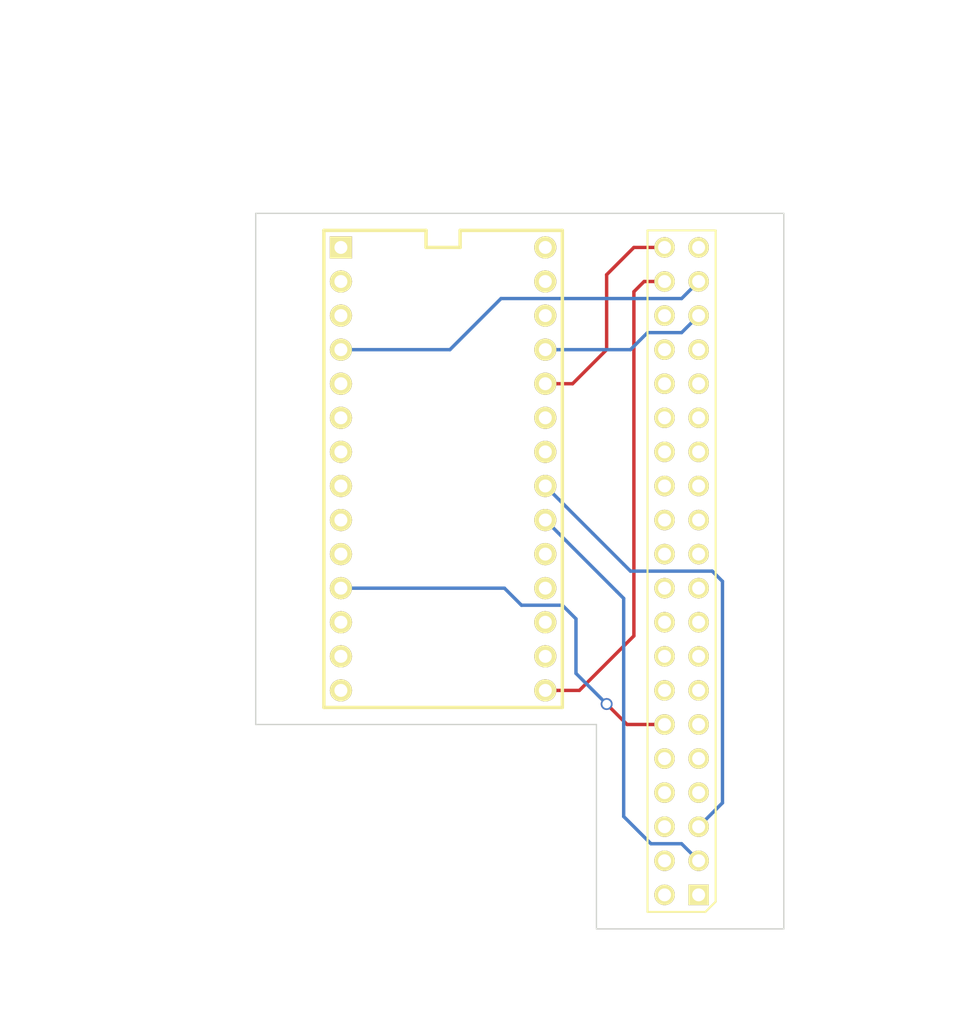
<source format=kicad_pcb>
(kicad_pcb (version 3) (host pcbnew "(2013-07-07 BZR 4022)-stable")

  (general
    (links 18)
    (no_connects 0)
    (area 172.034288 101.290001 245.795714 179.23)
    (thickness 1.6)
    (drawings 10)
    (tracks 50)
    (zones 0)
    (modules 2)
    (nets 11)
  )

  (page A3)
  (layers
    (15 F.Cu signal)
    (2 Inner2.Cu signal)
    (1 Inner1.Cu signal)
    (0 B.Cu signal)
    (16 B.Adhes user)
    (17 F.Adhes user)
    (18 B.Paste user)
    (19 F.Paste user)
    (20 B.SilkS user)
    (21 F.SilkS user)
    (22 B.Mask user)
    (23 F.Mask user)
    (24 Dwgs.User user)
    (25 Cmts.User user)
    (26 Eco1.User user)
    (27 Eco2.User user)
    (28 Edge.Cuts user)
  )

  (setup
    (last_trace_width 1.016)
    (user_trace_width 0.1524)
    (user_trace_width 0.254)
    (user_trace_width 0.381)
    (user_trace_width 0.508)
    (user_trace_width 0.762)
    (user_trace_width 1.016)
    (user_trace_width 1.27)
    (trace_clearance 0.1524)
    (zone_clearance 0.254)
    (zone_45_only no)
    (trace_min 0.1524)
    (segment_width 0.2)
    (edge_width 0.1)
    (via_size 0.889)
    (via_drill 0.635)
    (via_min_size 0.889)
    (via_min_drill 0.508)
    (uvia_size 0.508)
    (uvia_drill 0.127)
    (uvias_allowed no)
    (uvia_min_size 0.508)
    (uvia_min_drill 0.127)
    (pcb_text_width 0.3)
    (pcb_text_size 1.5 1.5)
    (mod_edge_width 0.15)
    (mod_text_size 1 1)
    (mod_text_width 0.15)
    (pad_size 1.524 1.524)
    (pad_drill 0.9652)
    (pad_to_mask_clearance 0)
    (aux_axis_origin 190.5 116.84)
    (visible_elements 7FFFFFFF)
    (pcbplotparams
      (layerselection 300974087)
      (usegerberextensions true)
      (excludeedgelayer false)
      (linewidth 0.150000)
      (plotframeref false)
      (viasonmask false)
      (mode 1)
      (useauxorigin false)
      (hpglpennumber 1)
      (hpglpenspeed 20)
      (hpglpendiameter 15)
      (hpglpenoverlay 2)
      (psnegative false)
      (psa4output false)
      (plotreference true)
      (plotvalue false)
      (plotothertext false)
      (plotinvisibletext false)
      (padsonsilk false)
      (subtractmaskfromsilk false)
      (outputformat 1)
      (mirror false)
      (drillshape 0)
      (scaleselection 1)
      (outputdirectory CAD/))
  )

  (net 0 "")
  (net 1 /3.3V)
  (net 2 /5V)
  (net 3 /ADC_DATA)
  (net 4 /BCLK)
  (net 5 /DAC_DATA)
  (net 6 /LRCLK)
  (net 7 /SCL)
  (net 8 /SDA)
  (net 9 /~RESET)
  (net 10 GND)

  (net_class Default "This is the default net class."
    (clearance 0.1524)
    (trace_width 0.1524)
    (via_dia 0.889)
    (via_drill 0.635)
    (uvia_dia 0.508)
    (uvia_drill 0.127)
    (add_net "")
    (add_net /3.3V)
    (add_net /5V)
    (add_net /ADC_DATA)
    (add_net /BCLK)
    (add_net /DAC_DATA)
    (add_net /LRCLK)
    (add_net /SCL)
    (add_net /SDA)
    (add_net /~RESET)
    (add_net GND)
  )

  (net_class Thickness1 ""
    (clearance 0.1524)
    (trace_width 0.254)
    (via_dia 0.889)
    (via_drill 0.635)
    (uvia_dia 0.508)
    (uvia_drill 0.127)
  )

  (net_class Thickness2 ""
    (clearance 0.1524)
    (trace_width 0.381)
    (via_dia 0.889)
    (via_drill 0.635)
    (uvia_dia 0.508)
    (uvia_drill 0.127)
  )

  (net_class Thickness3 ""
    (clearance 0.1524)
    (trace_width 0.508)
    (via_dia 0.889)
    (via_drill 0.635)
    (uvia_dia 0.508)
    (uvia_drill 0.127)
  )

  (net_class Thickness4 ""
    (clearance 0.1524)
    (trace_width 0.762)
    (via_dia 0.889)
    (via_drill 0.635)
    (uvia_dia 0.508)
    (uvia_drill 0.127)
  )

  (net_class Thickness5 ""
    (clearance 0.1524)
    (trace_width 1.016)
    (via_dia 0.889)
    (via_drill 0.635)
    (uvia_dia 0.508)
    (uvia_drill 0.127)
  )

  (net_class Thickness6 ""
    (clearance 0.1524)
    (trace_width 1.27)
    (via_dia 0.889)
    (via_drill 0.635)
    (uvia_dia 0.508)
    (uvia_drill 0.127)
  )

  (module TEENSY_3_1 (layer F.Cu) (tedit 55D54C29) (tstamp 55D54BF5)
    (at 204.47 135.89)
    (path /55D538DB)
    (fp_text reference U101 (at 0 -1.27) (layer F.SilkS) hide
      (effects (font (size 1 1) (thickness 0.15)))
    )
    (fp_text value TEENSY_3_1 (at 0 0) (layer F.SilkS) hide
      (effects (font (size 1 1) (thickness 0.15)))
    )
    (fp_line (start -8.89 -17.78) (end -8.89 17.78) (layer F.SilkS) (width 0.254))
    (fp_line (start -8.89 17.78) (end 8.89 17.78) (layer F.SilkS) (width 0.254))
    (fp_line (start 8.89 17.78) (end 8.89 -17.78) (layer F.SilkS) (width 0.254))
    (fp_line (start 8.89 -17.78) (end 1.27 -17.78) (layer F.SilkS) (width 0.254))
    (fp_line (start 1.27 -17.78) (end 1.27 -16.51) (layer F.SilkS) (width 0.254))
    (fp_line (start 1.27 -16.51) (end -1.27 -16.51) (layer F.SilkS) (width 0.254))
    (fp_line (start -1.27 -16.51) (end -1.27 -17.78) (layer F.SilkS) (width 0.254))
    (fp_line (start -1.27 -17.78) (end -8.89 -17.78) (layer F.SilkS) (width 0.254))
    (pad 1 thru_hole rect (at -7.62 -16.51) (size 1.651 1.651) (drill 0.9652)
      (layers *.Cu *.Mask F.SilkS)
      (net 10 GND)
    )
    (pad 2 thru_hole circle (at -7.62 -13.97) (size 1.651 1.651) (drill 0.9652)
      (layers *.Cu *.Mask F.SilkS)
    )
    (pad 3 thru_hole circle (at -7.62 -11.43) (size 1.651 1.651) (drill 0.9652)
      (layers *.Cu *.Mask F.SilkS)
    )
    (pad 4 thru_hole circle (at -7.62 -8.89) (size 1.651 1.651) (drill 0.9652)
      (layers *.Cu *.Mask F.SilkS)
      (net 9 /~RESET)
    )
    (pad 5 thru_hole circle (at -7.62 -6.35) (size 1.651 1.651) (drill 0.9652)
      (layers *.Cu *.Mask F.SilkS)
    )
    (pad 6 thru_hole circle (at -7.62 -3.81) (size 1.651 1.651) (drill 0.9652)
      (layers *.Cu *.Mask F.SilkS)
    )
    (pad 7 thru_hole circle (at -7.62 -1.27) (size 1.651 1.651) (drill 0.9652)
      (layers *.Cu *.Mask F.SilkS)
    )
    (pad 8 thru_hole circle (at -7.62 1.27) (size 1.651 1.651) (drill 0.9652)
      (layers *.Cu *.Mask F.SilkS)
    )
    (pad 9 thru_hole circle (at -7.62 3.81) (size 1.651 1.651) (drill 0.9652)
      (layers *.Cu *.Mask F.SilkS)
    )
    (pad 10 thru_hole circle (at -7.62 6.35) (size 1.651 1.651) (drill 0.9652)
      (layers *.Cu *.Mask F.SilkS)
    )
    (pad 11 thru_hole circle (at -7.62 8.89) (size 1.651 1.651) (drill 0.9652)
      (layers *.Cu *.Mask F.SilkS)
      (net 4 /BCLK)
    )
    (pad 12 thru_hole circle (at -7.62 11.43) (size 1.651 1.651) (drill 0.9652)
      (layers *.Cu *.Mask F.SilkS)
    )
    (pad 13 thru_hole circle (at -7.62 13.97) (size 1.651 1.651) (drill 0.9652)
      (layers *.Cu *.Mask F.SilkS)
    )
    (pad 14 thru_hole circle (at -7.62 16.51) (size 1.651 1.651) (drill 0.9652)
      (layers *.Cu *.Mask F.SilkS)
    )
    (pad 20 thru_hole circle (at 7.62 16.51) (size 1.651 1.651) (drill 0.9652)
      (layers *.Cu *.Mask F.SilkS)
      (net 3 /ADC_DATA)
    )
    (pad 21 thru_hole circle (at 7.62 13.97) (size 1.651 1.651) (drill 0.9652)
      (layers *.Cu *.Mask F.SilkS)
    )
    (pad 22 thru_hole circle (at 7.62 11.43) (size 1.651 1.651) (drill 0.9652)
      (layers *.Cu *.Mask F.SilkS)
    )
    (pad 23 thru_hole circle (at 7.62 8.89) (size 1.651 1.651) (drill 0.9652)
      (layers *.Cu *.Mask F.SilkS)
    )
    (pad 24 thru_hole circle (at 7.62 6.35) (size 1.651 1.651) (drill 0.9652)
      (layers *.Cu *.Mask F.SilkS)
    )
    (pad 25 thru_hole circle (at 7.62 3.81) (size 1.651 1.651) (drill 0.9652)
      (layers *.Cu *.Mask F.SilkS)
      (net 8 /SDA)
    )
    (pad 26 thru_hole circle (at 7.62 1.27) (size 1.651 1.651) (drill 0.9652)
      (layers *.Cu *.Mask F.SilkS)
      (net 7 /SCL)
    )
    (pad 27 thru_hole circle (at 7.62 -1.27) (size 1.651 1.651) (drill 0.9652)
      (layers *.Cu *.Mask F.SilkS)
    )
    (pad 28 thru_hole circle (at 7.62 -3.81) (size 1.651 1.651) (drill 0.9652)
      (layers *.Cu *.Mask F.SilkS)
    )
    (pad 29 thru_hole circle (at 7.62 -6.35) (size 1.651 1.651) (drill 0.9652)
      (layers *.Cu *.Mask F.SilkS)
      (net 5 /DAC_DATA)
    )
    (pad 30 thru_hole circle (at 7.62 -8.89) (size 1.651 1.651) (drill 0.9652)
      (layers *.Cu *.Mask F.SilkS)
      (net 6 /LRCLK)
    )
    (pad 31 thru_hole circle (at 7.62 -11.43) (size 1.651 1.651) (drill 0.9652)
      (layers *.Cu *.Mask F.SilkS)
      (net 1 /3.3V)
    )
    (pad 32 thru_hole circle (at 7.62 -13.97) (size 1.651 1.651) (drill 0.9652)
      (layers *.Cu *.Mask F.SilkS)
    )
    (pad 33 thru_hole circle (at 7.62 -16.51) (size 1.651 1.651) (drill 0.9652)
      (layers *.Cu *.Mask F.SilkS)
      (net 2 /5V)
    )
  )

  (module RPI (layer F.Cu) (tedit 55D549E8) (tstamp 55D54C26)
    (at 222.25 143.51 180)
    (path /55D53FE2)
    (fp_text reference U102 (at -5.08 8.89 180) (layer F.SilkS) hide
      (effects (font (size 1 1) (thickness 0.15)))
    )
    (fp_text value RPI (at -5.08 6.35 180) (layer F.SilkS) hide
      (effects (font (size 1 1) (thickness 0.15)))
    )
    (fp_line (start 2.54 -25.4) (end 2.54 25.4) (layer F.SilkS) (width 0.15))
    (fp_line (start 2.54 25.4) (end -2.54 25.4) (layer F.SilkS) (width 0.15))
    (fp_line (start -2.54 25.4) (end -2.54 -24.638) (layer F.SilkS) (width 0.15))
    (fp_line (start -2.54 -24.638) (end -1.778 -25.4) (layer F.SilkS) (width 0.15))
    (fp_line (start -1.778 -25.4) (end 2.54 -25.4) (layer F.SilkS) (width 0.15))
    (pad 1 thru_hole rect (at -1.27 -24.13 180) (size 1.524 1.524) (drill 0.9652)
      (layers *.Cu *.Mask F.SilkS)
      (net 1 /3.3V)
    )
    (pad 2 thru_hole circle (at 1.27 -24.13 180) (size 1.524 1.524) (drill 0.9652)
      (layers *.Cu *.Mask F.SilkS)
      (net 2 /5V)
    )
    (pad 3 thru_hole circle (at -1.27 -21.59 180) (size 1.524 1.524) (drill 0.9652)
      (layers *.Cu *.Mask F.SilkS)
      (net 8 /SDA)
    )
    (pad 4 thru_hole circle (at 1.27 -21.59 180) (size 1.524 1.524) (drill 0.9652)
      (layers *.Cu *.Mask F.SilkS)
      (net 2 /5V)
    )
    (pad 5 thru_hole circle (at -1.27 -19.05 180) (size 1.524 1.524) (drill 0.9652)
      (layers *.Cu *.Mask F.SilkS)
      (net 7 /SCL)
    )
    (pad 6 thru_hole circle (at 1.27 -19.05 180) (size 1.524 1.524) (drill 0.9652)
      (layers *.Cu *.Mask F.SilkS)
      (net 10 GND)
    )
    (pad 7 thru_hole circle (at -1.27 -16.51 180) (size 1.524 1.524) (drill 0.9652)
      (layers *.Cu *.Mask F.SilkS)
    )
    (pad 8 thru_hole circle (at 1.27 -16.51 180) (size 1.524 1.524) (drill 0.9652)
      (layers *.Cu *.Mask F.SilkS)
    )
    (pad 9 thru_hole circle (at -1.27 -13.97 180) (size 1.524 1.524) (drill 0.9652)
      (layers *.Cu *.Mask F.SilkS)
      (net 10 GND)
    )
    (pad 10 thru_hole circle (at 1.27 -13.97 180) (size 1.524 1.524) (drill 0.9652)
      (layers *.Cu *.Mask F.SilkS)
    )
    (pad 11 thru_hole circle (at -1.27 -11.43 180) (size 1.524 1.524) (drill 0.9652)
      (layers *.Cu *.Mask F.SilkS)
    )
    (pad 12 thru_hole circle (at 1.27 -11.43 180) (size 1.524 1.524) (drill 0.9652)
      (layers *.Cu *.Mask F.SilkS)
      (net 4 /BCLK)
    )
    (pad 13 thru_hole circle (at -1.27 -8.89 180) (size 1.524 1.524) (drill 0.9652)
      (layers *.Cu *.Mask F.SilkS)
    )
    (pad 14 thru_hole circle (at 1.27 -8.89 180) (size 1.524 1.524) (drill 0.9652)
      (layers *.Cu *.Mask F.SilkS)
      (net 10 GND)
    )
    (pad 15 thru_hole circle (at -1.27 -6.35 180) (size 1.524 1.524) (drill 0.9652)
      (layers *.Cu *.Mask F.SilkS)
    )
    (pad 16 thru_hole circle (at 1.27 -6.35 180) (size 1.524 1.524) (drill 0.9652)
      (layers *.Cu *.Mask F.SilkS)
    )
    (pad 17 thru_hole circle (at -1.27 -3.81 180) (size 1.524 1.524) (drill 0.9652)
      (layers *.Cu *.Mask F.SilkS)
    )
    (pad 18 thru_hole circle (at 1.27 -3.81 180) (size 1.524 1.524) (drill 0.9652)
      (layers *.Cu *.Mask F.SilkS)
    )
    (pad 19 thru_hole circle (at -1.27 -1.27 180) (size 1.524 1.524) (drill 0.9652)
      (layers *.Cu *.Mask F.SilkS)
    )
    (pad 20 thru_hole circle (at 1.27 -1.27 180) (size 1.524 1.524) (drill 0.9652)
      (layers *.Cu *.Mask F.SilkS)
      (net 10 GND)
    )
    (pad 21 thru_hole circle (at -1.27 1.27 180) (size 1.524 1.524) (drill 0.9652)
      (layers *.Cu *.Mask F.SilkS)
    )
    (pad 22 thru_hole circle (at 1.27 1.27 180) (size 1.524 1.524) (drill 0.9652)
      (layers *.Cu *.Mask F.SilkS)
    )
    (pad 23 thru_hole circle (at -1.27 3.81 180) (size 1.524 1.524) (drill 0.9652)
      (layers *.Cu *.Mask F.SilkS)
    )
    (pad 24 thru_hole circle (at 1.27 3.81 180) (size 1.524 1.524) (drill 0.9652)
      (layers *.Cu *.Mask F.SilkS)
    )
    (pad 25 thru_hole circle (at -1.27 6.35 180) (size 1.524 1.524) (drill 0.9652)
      (layers *.Cu *.Mask F.SilkS)
      (net 10 GND)
    )
    (pad 26 thru_hole circle (at 1.27 6.35 180) (size 1.524 1.524) (drill 0.9652)
      (layers *.Cu *.Mask F.SilkS)
    )
    (pad 27 thru_hole circle (at -1.27 8.89 180) (size 1.524 1.524) (drill 0.9652)
      (layers *.Cu *.Mask F.SilkS)
    )
    (pad 28 thru_hole circle (at 1.27 8.89 180) (size 1.524 1.524) (drill 0.9652)
      (layers *.Cu *.Mask F.SilkS)
    )
    (pad 29 thru_hole circle (at -1.27 11.43 180) (size 1.524 1.524) (drill 0.9652)
      (layers *.Cu *.Mask F.SilkS)
    )
    (pad 30 thru_hole circle (at 1.27 11.43 180) (size 1.524 1.524) (drill 0.9652)
      (layers *.Cu *.Mask F.SilkS)
      (net 10 GND)
    )
    (pad 31 thru_hole circle (at -1.27 13.97 180) (size 1.524 1.524) (drill 0.9652)
      (layers *.Cu *.Mask F.SilkS)
    )
    (pad 32 thru_hole circle (at 1.27 13.97 180) (size 1.524 1.524) (drill 0.9652)
      (layers *.Cu *.Mask F.SilkS)
    )
    (pad 33 thru_hole circle (at -1.27 16.51 180) (size 1.524 1.524) (drill 0.9652)
      (layers *.Cu *.Mask F.SilkS)
    )
    (pad 34 thru_hole circle (at 1.27 16.51 180) (size 1.524 1.524) (drill 0.9652)
      (layers *.Cu *.Mask F.SilkS)
      (net 10 GND)
    )
    (pad 35 thru_hole circle (at -1.27 19.05 180) (size 1.524 1.524) (drill 0.9652)
      (layers *.Cu *.Mask F.SilkS)
      (net 6 /LRCLK)
    )
    (pad 36 thru_hole circle (at 1.27 19.05 180) (size 1.524 1.524) (drill 0.9652)
      (layers *.Cu *.Mask F.SilkS)
    )
    (pad 37 thru_hole circle (at -1.27 21.59 180) (size 1.524 1.524) (drill 0.9652)
      (layers *.Cu *.Mask F.SilkS)
      (net 9 /~RESET)
    )
    (pad 38 thru_hole circle (at 1.27 21.59 180) (size 1.524 1.524) (drill 0.9652)
      (layers *.Cu *.Mask F.SilkS)
      (net 3 /ADC_DATA)
    )
    (pad 39 thru_hole circle (at -1.27 24.13 180) (size 1.524 1.524) (drill 0.9652)
      (layers *.Cu *.Mask F.SilkS)
      (net 10 GND)
    )
    (pad 40 thru_hole circle (at 1.27 24.13 180) (size 1.524 1.524) (drill 0.9652)
      (layers *.Cu *.Mask F.SilkS)
      (net 5 /DAC_DATA)
    )
  )

  (dimension 39.37 (width 0.3) (layer Dwgs.User)
    (gr_text "1.5500 in" (at 210.185 102.790001) (layer Dwgs.User)
      (effects (font (size 1.5 1.5) (thickness 0.3)))
    )
    (feature1 (pts (xy 229.87 116.84) (xy 229.87 101.440001)))
    (feature2 (pts (xy 190.5 116.84) (xy 190.5 101.440001)))
    (crossbar (pts (xy 190.5 104.140001) (xy 229.87 104.140001)))
    (arrow1a (pts (xy 229.87 104.140001) (xy 228.743497 104.726421)))
    (arrow1b (pts (xy 229.87 104.140001) (xy 228.743497 103.553581)))
    (arrow2a (pts (xy 190.5 104.140001) (xy 191.626503 104.726421)))
    (arrow2b (pts (xy 190.5 104.140001) (xy 191.626503 103.553581)))
  )
  (dimension 38.1 (width 0.3) (layer Dwgs.User)
    (gr_text "1.5000 in" (at 177.720001 135.89 270) (layer Dwgs.User)
      (effects (font (size 1.5 1.5) (thickness 0.3)))
    )
    (feature1 (pts (xy 190.5 154.94) (xy 176.370001 154.94)))
    (feature2 (pts (xy 190.5 116.84) (xy 176.370001 116.84)))
    (crossbar (pts (xy 179.070001 116.84) (xy 179.070001 154.94)))
    (arrow1a (pts (xy 179.070001 154.94) (xy 178.483581 153.813497)))
    (arrow1b (pts (xy 179.070001 154.94) (xy 179.656421 153.813497)))
    (arrow2a (pts (xy 179.070001 116.84) (xy 178.483581 117.966503)))
    (arrow2b (pts (xy 179.070001 116.84) (xy 179.656421 117.966503)))
  )
  (dimension 13.97 (width 0.3) (layer Dwgs.User)
    (gr_text "0.5500 in" (at 222.885 177.879999) (layer Dwgs.User)
      (effects (font (size 1.5 1.5) (thickness 0.3)))
    )
    (feature1 (pts (xy 215.9 170.18) (xy 215.9 179.229999)))
    (feature2 (pts (xy 229.87 170.18) (xy 229.87 179.229999)))
    (crossbar (pts (xy 229.87 176.529999) (xy 215.9 176.529999)))
    (arrow1a (pts (xy 215.9 176.529999) (xy 217.026503 175.943579)))
    (arrow1b (pts (xy 215.9 176.529999) (xy 217.026503 177.116419)))
    (arrow2a (pts (xy 229.87 176.529999) (xy 228.743497 175.943579)))
    (arrow2b (pts (xy 229.87 176.529999) (xy 228.743497 177.116419)))
  )
  (dimension 53.34 (width 0.3) (layer Dwgs.User)
    (gr_text "2.1000 in" (at 240.109999 143.51 270) (layer Dwgs.User)
      (effects (font (size 1.5 1.5) (thickness 0.3)))
    )
    (feature1 (pts (xy 229.87 170.18) (xy 241.459999 170.18)))
    (feature2 (pts (xy 229.87 116.84) (xy 241.459999 116.84)))
    (crossbar (pts (xy 238.759999 116.84) (xy 238.759999 170.18)))
    (arrow1a (pts (xy 238.759999 170.18) (xy 238.173579 169.053497)))
    (arrow1b (pts (xy 238.759999 170.18) (xy 239.346419 169.053497)))
    (arrow2a (pts (xy 238.759999 116.84) (xy 238.173579 117.966503)))
    (arrow2b (pts (xy 238.759999 116.84) (xy 239.346419 117.966503)))
  )
  (gr_line (start 190.5 154.94) (end 190.5 116.84) (angle 90) (layer Edge.Cuts) (width 0.1))
  (gr_line (start 215.9 154.94) (end 190.5 154.94) (angle 90) (layer Edge.Cuts) (width 0.1))
  (gr_line (start 215.9 170.18) (end 215.9 154.94) (angle 90) (layer Edge.Cuts) (width 0.1))
  (gr_line (start 229.87 170.18) (end 215.9 170.18) (angle 90) (layer Edge.Cuts) (width 0.1))
  (gr_line (start 229.87 116.84) (end 229.87 170.18) (angle 90) (layer Edge.Cuts) (width 0.1))
  (gr_line (start 190.5 116.84) (end 229.87 116.84) (angle 90) (layer Edge.Cuts) (width 0.1))

  (segment (start 212.09 124.46) (end 215.392 124.46) (width 0.508) (layer Inner1.Cu) (net 1))
  (segment (start 225.044 167.64) (end 223.52 167.64) (width 0.508) (layer Inner1.Cu) (net 1) (tstamp 55D55056))
  (segment (start 225.806 166.878) (end 225.044 167.64) (width 0.508) (layer Inner1.Cu) (net 1) (tstamp 55D55054))
  (segment (start 225.806 131.826) (end 225.806 166.878) (width 0.508) (layer Inner1.Cu) (net 1) (tstamp 55D5504A))
  (segment (start 224.79 130.81) (end 225.806 131.826) (width 0.508) (layer Inner1.Cu) (net 1) (tstamp 55D55049))
  (segment (start 219.202 130.81) (end 224.79 130.81) (width 0.508) (layer Inner1.Cu) (net 1) (tstamp 55D55045))
  (segment (start 217.678 129.286) (end 219.202 130.81) (width 0.508) (layer Inner1.Cu) (net 1) (tstamp 55D55044))
  (segment (start 217.678 126.746) (end 217.678 129.286) (width 0.508) (layer Inner1.Cu) (net 1) (tstamp 55D5501E))
  (segment (start 215.392 124.46) (end 217.678 126.746) (width 0.508) (layer Inner1.Cu) (net 1) (tstamp 55D55009))
  (segment (start 212.09 152.4) (end 214.63 152.4) (width 0.254) (layer F.Cu) (net 3))
  (segment (start 219.456 121.92) (end 220.98 121.92) (width 0.254) (layer F.Cu) (net 3) (tstamp 55D54BC6))
  (segment (start 218.694 122.682) (end 219.456 121.92) (width 0.254) (layer F.Cu) (net 3) (tstamp 55D54BC5))
  (segment (start 218.694 148.336) (end 218.694 122.682) (width 0.254) (layer F.Cu) (net 3) (tstamp 55D54BC0))
  (segment (start 214.63 152.4) (end 218.694 148.336) (width 0.254) (layer F.Cu) (net 3) (tstamp 55D54BBC))
  (segment (start 196.85 144.78) (end 209.042 144.78) (width 0.254) (layer B.Cu) (net 4))
  (segment (start 218.186 154.94) (end 220.98 154.94) (width 0.254) (layer F.Cu) (net 4) (tstamp 55D54D16))
  (segment (start 216.662 153.416) (end 218.186 154.94) (width 0.254) (layer F.Cu) (net 4) (tstamp 55D54D15))
  (via (at 216.662 153.416) (size 0.889) (layers F.Cu B.Cu) (net 4))
  (segment (start 214.376 151.13) (end 216.662 153.416) (width 0.254) (layer B.Cu) (net 4) (tstamp 55D54D0C))
  (segment (start 214.376 147.066) (end 214.376 151.13) (width 0.254) (layer B.Cu) (net 4) (tstamp 55D54D00))
  (segment (start 213.36 146.05) (end 214.376 147.066) (width 0.254) (layer B.Cu) (net 4) (tstamp 55D54CFE))
  (segment (start 210.312 146.05) (end 213.36 146.05) (width 0.254) (layer B.Cu) (net 4) (tstamp 55D54CFC))
  (segment (start 209.042 144.78) (end 210.312 146.05) (width 0.254) (layer B.Cu) (net 4) (tstamp 55D54CFA))
  (segment (start 212.09 129.54) (end 214.122 129.54) (width 0.254) (layer F.Cu) (net 5))
  (segment (start 218.694 119.38) (end 220.98 119.38) (width 0.254) (layer F.Cu) (net 5) (tstamp 55D54B95))
  (segment (start 216.662 121.412) (end 218.694 119.38) (width 0.254) (layer F.Cu) (net 5) (tstamp 55D54B93))
  (segment (start 216.662 127) (end 216.662 121.412) (width 0.254) (layer F.Cu) (net 5) (tstamp 55D54B90))
  (segment (start 214.122 129.54) (end 216.662 127) (width 0.254) (layer F.Cu) (net 5) (tstamp 55D54B8C))
  (segment (start 212.09 127) (end 218.44 127) (width 0.254) (layer B.Cu) (net 6))
  (segment (start 222.25 125.73) (end 223.52 124.46) (width 0.254) (layer B.Cu) (net 6) (tstamp 55D54D33))
  (segment (start 219.71 125.73) (end 222.25 125.73) (width 0.254) (layer B.Cu) (net 6) (tstamp 55D54D31))
  (segment (start 218.44 127) (end 219.71 125.73) (width 0.254) (layer B.Cu) (net 6) (tstamp 55D54D2C))
  (segment (start 212.09 137.16) (end 215.646 140.716) (width 0.254) (layer B.Cu) (net 7))
  (segment (start 225.298 160.782) (end 223.52 162.56) (width 0.254) (layer B.Cu) (net 7) (tstamp 55D54DAA))
  (segment (start 225.298 144.272) (end 225.298 160.782) (width 0.254) (layer B.Cu) (net 7) (tstamp 55D54DA8))
  (segment (start 224.536 143.51) (end 225.298 144.272) (width 0.254) (layer B.Cu) (net 7) (tstamp 55D54DA3))
  (segment (start 218.44 143.51) (end 224.536 143.51) (width 0.254) (layer B.Cu) (net 7) (tstamp 55D54DA0))
  (segment (start 217.932 143.002) (end 218.44 143.51) (width 0.254) (layer B.Cu) (net 7) (tstamp 55D54D9D))
  (segment (start 215.646 140.716) (end 217.932 143.002) (width 0.254) (layer B.Cu) (net 7) (tstamp 55D54D93))
  (segment (start 212.09 139.7) (end 213.614 141.224) (width 0.254) (layer B.Cu) (net 8))
  (segment (start 222.25 163.83) (end 223.52 165.1) (width 0.254) (layer B.Cu) (net 8) (tstamp 55D54D8C))
  (segment (start 219.964 163.83) (end 222.25 163.83) (width 0.254) (layer B.Cu) (net 8) (tstamp 55D54D86))
  (segment (start 217.932 161.798) (end 219.964 163.83) (width 0.254) (layer B.Cu) (net 8) (tstamp 55D54D79))
  (segment (start 217.932 145.542) (end 217.932 161.798) (width 0.254) (layer B.Cu) (net 8) (tstamp 55D54D76))
  (segment (start 217.424 145.034) (end 217.932 145.542) (width 0.254) (layer B.Cu) (net 8) (tstamp 55D54D61))
  (segment (start 213.614 141.224) (end 217.424 145.034) (width 0.254) (layer B.Cu) (net 8) (tstamp 55D54D5D))
  (segment (start 196.85 127) (end 204.978 127) (width 0.254) (layer B.Cu) (net 9))
  (segment (start 222.25 123.19) (end 223.52 121.92) (width 0.254) (layer B.Cu) (net 9) (tstamp 55D54D47))
  (segment (start 208.788 123.19) (end 222.25 123.19) (width 0.254) (layer B.Cu) (net 9) (tstamp 55D54D41))
  (segment (start 204.978 127) (end 208.788 123.19) (width 0.254) (layer B.Cu) (net 9) (tstamp 55D54D37))

  (zone (net 10) (net_name GND) (layer Inner2.Cu) (tstamp 55D54AE2) (hatch edge 0.508)
    (connect_pads (clearance 0.254))
    (min_thickness 0.254)
    (fill (arc_segments 16) (thermal_gap 0.508) (thermal_bridge_width 0.508))
    (polygon
      (pts
        (xy 229.87 170.18) (xy 215.9 170.18) (xy 215.9 154.94) (xy 190.5 154.94) (xy 190.5 116.84)
        (xy 229.87 116.84)
      )
    )
    (filled_polygon
      (pts
        (xy 229.439 169.749) (xy 224.929143 169.749) (xy 224.929143 157.687696) (xy 224.929143 137.367696) (xy 224.929143 119.587696)
        (xy 224.90136 119.032631) (xy 224.742396 118.648858) (xy 224.500212 118.579393) (xy 224.320607 118.758998) (xy 224.320607 118.399788)
        (xy 224.251142 118.157604) (xy 223.727696 117.970857) (xy 223.172631 117.99864) (xy 222.788858 118.157604) (xy 222.719393 118.399788)
        (xy 223.52 119.200395) (xy 224.320607 118.399788) (xy 224.320607 118.758998) (xy 223.699605 119.38) (xy 224.500212 120.180607)
        (xy 224.742396 120.111142) (xy 224.929143 119.587696) (xy 224.929143 137.367696) (xy 224.90136 136.812631) (xy 224.742396 136.428858)
        (xy 224.663197 136.406141) (xy 224.663197 134.393641) (xy 224.663197 131.853641) (xy 224.663197 129.313641) (xy 224.663197 126.773641)
        (xy 224.663197 124.233641) (xy 224.663197 121.693641) (xy 224.489553 121.273389) (xy 224.168302 120.951577) (xy 223.748354 120.7772)
        (xy 223.554293 120.77703) (xy 223.867369 120.76136) (xy 224.251142 120.602396) (xy 224.320607 120.360212) (xy 223.52 119.559605)
        (xy 223.340395 119.73921) (xy 223.340395 119.38) (xy 222.539788 118.579393) (xy 222.297604 118.648858) (xy 222.120147 119.146261)
        (xy 221.949553 118.733389) (xy 221.628302 118.411577) (xy 221.208354 118.2372) (xy 220.753641 118.236803) (xy 220.333389 118.410447)
        (xy 220.011577 118.731698) (xy 219.8372 119.151646) (xy 219.836803 119.606359) (xy 220.010447 120.026611) (xy 220.331698 120.348423)
        (xy 220.751646 120.5228) (xy 221.206359 120.523197) (xy 221.626611 120.349553) (xy 221.948423 120.028302) (xy 222.1228 119.608354)
        (xy 222.122969 119.414293) (xy 222.13864 119.727369) (xy 222.297604 120.111142) (xy 222.539788 120.180607) (xy 223.340395 119.38)
        (xy 223.340395 119.73921) (xy 222.719393 120.360212) (xy 222.788858 120.602396) (xy 223.286261 120.779852) (xy 222.873389 120.950447)
        (xy 222.551577 121.271698) (xy 222.3772 121.691646) (xy 222.376803 122.146359) (xy 222.550447 122.566611) (xy 222.871698 122.888423)
        (xy 223.291646 123.0628) (xy 223.746359 123.063197) (xy 224.166611 122.889553) (xy 224.488423 122.568302) (xy 224.6628 122.148354)
        (xy 224.663197 121.693641) (xy 224.663197 124.233641) (xy 224.489553 123.813389) (xy 224.168302 123.491577) (xy 223.748354 123.3172)
        (xy 223.293641 123.316803) (xy 222.873389 123.490447) (xy 222.551577 123.811698) (xy 222.3772 124.231646) (xy 222.376803 124.686359)
        (xy 222.550447 125.106611) (xy 222.871698 125.428423) (xy 223.291646 125.6028) (xy 223.746359 125.603197) (xy 224.166611 125.429553)
        (xy 224.488423 125.108302) (xy 224.6628 124.688354) (xy 224.663197 124.233641) (xy 224.663197 126.773641) (xy 224.489553 126.353389)
        (xy 224.168302 126.031577) (xy 223.748354 125.8572) (xy 223.293641 125.856803) (xy 222.873389 126.030447) (xy 222.551577 126.351698)
        (xy 222.3772 126.771646) (xy 222.37703 126.965706) (xy 222.36136 126.652631) (xy 222.202396 126.268858) (xy 222.123197 126.246141)
        (xy 222.123197 124.233641) (xy 222.123197 121.693641) (xy 221.949553 121.273389) (xy 221.628302 120.951577) (xy 221.208354 120.7772)
        (xy 220.753641 120.776803) (xy 220.333389 120.950447) (xy 220.011577 121.271698) (xy 219.8372 121.691646) (xy 219.836803 122.146359)
        (xy 220.010447 122.566611) (xy 220.331698 122.888423) (xy 220.751646 123.0628) (xy 221.206359 123.063197) (xy 221.626611 122.889553)
        (xy 221.948423 122.568302) (xy 222.1228 122.148354) (xy 222.123197 121.693641) (xy 222.123197 124.233641) (xy 221.949553 123.813389)
        (xy 221.628302 123.491577) (xy 221.208354 123.3172) (xy 220.753641 123.316803) (xy 220.333389 123.490447) (xy 220.011577 123.811698)
        (xy 219.8372 124.231646) (xy 219.836803 124.686359) (xy 220.010447 125.106611) (xy 220.331698 125.428423) (xy 220.751646 125.6028)
        (xy 220.945706 125.602969) (xy 220.632631 125.61864) (xy 220.248858 125.777604) (xy 220.179393 126.019788) (xy 220.98 126.820395)
        (xy 221.780607 126.019788) (xy 221.711142 125.777604) (xy 221.213738 125.600147) (xy 221.626611 125.429553) (xy 221.948423 125.108302)
        (xy 222.1228 124.688354) (xy 222.123197 124.233641) (xy 222.123197 126.246141) (xy 221.960212 126.199393) (xy 221.159605 127)
        (xy 221.960212 127.800607) (xy 222.202396 127.731142) (xy 222.379852 127.233738) (xy 222.550447 127.646611) (xy 222.871698 127.968423)
        (xy 223.291646 128.1428) (xy 223.746359 128.143197) (xy 224.166611 127.969553) (xy 224.488423 127.648302) (xy 224.6628 127.228354)
        (xy 224.663197 126.773641) (xy 224.663197 129.313641) (xy 224.489553 128.893389) (xy 224.168302 128.571577) (xy 223.748354 128.3972)
        (xy 223.293641 128.396803) (xy 222.873389 128.570447) (xy 222.551577 128.891698) (xy 222.3772 129.311646) (xy 222.376803 129.766359)
        (xy 222.550447 130.186611) (xy 222.871698 130.508423) (xy 223.291646 130.6828) (xy 223.746359 130.683197) (xy 224.166611 130.509553)
        (xy 224.488423 130.188302) (xy 224.6628 129.768354) (xy 224.663197 129.313641) (xy 224.663197 131.853641) (xy 224.489553 131.433389)
        (xy 224.168302 131.111577) (xy 223.748354 130.9372) (xy 223.293641 130.936803) (xy 222.873389 131.110447) (xy 222.551577 131.431698)
        (xy 222.3772 131.851646) (xy 222.37703 132.045706) (xy 222.36136 131.732631) (xy 222.202396 131.348858) (xy 222.123197 131.326141)
        (xy 222.123197 129.313641) (xy 221.949553 128.893389) (xy 221.628302 128.571577) (xy 221.208354 128.3972) (xy 221.014293 128.39703)
        (xy 221.327369 128.38136) (xy 221.711142 128.222396) (xy 221.780607 127.980212) (xy 220.98 127.179605) (xy 220.800395 127.35921)
        (xy 220.800395 127) (xy 219.999788 126.199393) (xy 219.757604 126.268858) (xy 219.570857 126.792304) (xy 219.59864 127.347369)
        (xy 219.757604 127.731142) (xy 219.999788 127.800607) (xy 220.800395 127) (xy 220.800395 127.35921) (xy 220.179393 127.980212)
        (xy 220.248858 128.222396) (xy 220.746261 128.399852) (xy 220.333389 128.570447) (xy 220.011577 128.891698) (xy 219.8372 129.311646)
        (xy 219.836803 129.766359) (xy 220.010447 130.186611) (xy 220.331698 130.508423) (xy 220.751646 130.6828) (xy 220.945706 130.682969)
        (xy 220.632631 130.69864) (xy 220.248858 130.857604) (xy 220.179393 131.099788) (xy 220.98 131.900395) (xy 221.780607 131.099788)
        (xy 221.711142 130.857604) (xy 221.213738 130.680147) (xy 221.626611 130.509553) (xy 221.948423 130.188302) (xy 222.1228 129.768354)
        (xy 222.123197 129.313641) (xy 222.123197 131.326141) (xy 221.960212 131.279393) (xy 221.159605 132.08) (xy 221.960212 132.880607)
        (xy 222.202396 132.811142) (xy 222.379852 132.313738) (xy 222.550447 132.726611) (xy 222.871698 133.048423) (xy 223.291646 133.2228)
        (xy 223.746359 133.223197) (xy 224.166611 133.049553) (xy 224.488423 132.728302) (xy 224.6628 132.308354) (xy 224.663197 131.853641)
        (xy 224.663197 134.393641) (xy 224.489553 133.973389) (xy 224.168302 133.651577) (xy 223.748354 133.4772) (xy 223.293641 133.476803)
        (xy 222.873389 133.650447) (xy 222.551577 133.971698) (xy 222.3772 134.391646) (xy 222.376803 134.846359) (xy 222.550447 135.266611)
        (xy 222.871698 135.588423) (xy 223.291646 135.7628) (xy 223.485706 135.762969) (xy 223.172631 135.77864) (xy 222.788858 135.937604)
        (xy 222.719393 136.179788) (xy 223.52 136.980395) (xy 224.320607 136.179788) (xy 224.251142 135.937604) (xy 223.753738 135.760147)
        (xy 224.166611 135.589553) (xy 224.488423 135.268302) (xy 224.6628 134.848354) (xy 224.663197 134.393641) (xy 224.663197 136.406141)
        (xy 224.500212 136.359393) (xy 223.699605 137.16) (xy 224.500212 137.960607) (xy 224.742396 137.891142) (xy 224.929143 137.367696)
        (xy 224.929143 157.687696) (xy 224.90136 157.132631) (xy 224.742396 156.748858) (xy 224.663197 156.726141) (xy 224.663197 154.713641)
        (xy 224.663197 152.173641) (xy 224.663197 149.633641) (xy 224.663197 147.093641) (xy 224.663197 144.553641) (xy 224.663197 142.013641)
        (xy 224.663197 139.473641) (xy 224.489553 139.053389) (xy 224.168302 138.731577) (xy 223.748354 138.5572) (xy 223.554293 138.55703)
        (xy 223.867369 138.54136) (xy 224.251142 138.382396) (xy 224.320607 138.140212) (xy 223.52 137.339605) (xy 223.340395 137.51921)
        (xy 223.340395 137.16) (xy 222.539788 136.359393) (xy 222.297604 136.428858) (xy 222.123197 136.917712) (xy 222.123197 134.393641)
        (xy 221.949553 133.973389) (xy 221.628302 133.651577) (xy 221.208354 133.4772) (xy 221.014293 133.47703) (xy 221.327369 133.46136)
        (xy 221.711142 133.302396) (xy 221.780607 133.060212) (xy 220.98 132.259605) (xy 220.800395 132.43921) (xy 220.800395 132.08)
        (xy 219.999788 131.279393) (xy 219.757604 131.348858) (xy 219.570857 131.872304) (xy 219.59864 132.427369) (xy 219.757604 132.811142)
        (xy 219.999788 132.880607) (xy 220.800395 132.08) (xy 220.800395 132.43921) (xy 220.179393 133.060212) (xy 220.248858 133.302396)
        (xy 220.746261 133.479852) (xy 220.333389 133.650447) (xy 220.011577 133.971698) (xy 219.8372 134.391646) (xy 219.836803 134.846359)
        (xy 220.010447 135.266611) (xy 220.331698 135.588423) (xy 220.751646 135.7628) (xy 221.206359 135.763197) (xy 221.626611 135.589553)
        (xy 221.948423 135.268302) (xy 222.1228 134.848354) (xy 222.123197 134.393641) (xy 222.123197 136.917712) (xy 222.120147 136.926261)
        (xy 221.949553 136.513389) (xy 221.628302 136.191577) (xy 221.208354 136.0172) (xy 220.753641 136.016803) (xy 220.333389 136.190447)
        (xy 220.011577 136.511698) (xy 219.8372 136.931646) (xy 219.836803 137.386359) (xy 220.010447 137.806611) (xy 220.331698 138.128423)
        (xy 220.751646 138.3028) (xy 221.206359 138.303197) (xy 221.626611 138.129553) (xy 221.948423 137.808302) (xy 222.1228 137.388354)
        (xy 222.122969 137.194293) (xy 222.13864 137.507369) (xy 222.297604 137.891142) (xy 222.539788 137.960607) (xy 223.340395 137.16)
        (xy 223.340395 137.51921) (xy 222.719393 138.140212) (xy 222.788858 138.382396) (xy 223.286261 138.559852) (xy 222.873389 138.730447)
        (xy 222.551577 139.051698) (xy 222.3772 139.471646) (xy 222.376803 139.926359) (xy 222.550447 140.346611) (xy 222.871698 140.668423)
        (xy 223.291646 140.8428) (xy 223.746359 140.843197) (xy 224.166611 140.669553) (xy 224.488423 140.348302) (xy 224.6628 139.928354)
        (xy 224.663197 139.473641) (xy 224.663197 142.013641) (xy 224.489553 141.593389) (xy 224.168302 141.271577) (xy 223.748354 141.0972)
        (xy 223.293641 141.096803) (xy 222.873389 141.270447) (xy 222.551577 141.591698) (xy 222.3772 142.011646) (xy 222.376803 142.466359)
        (xy 222.550447 142.886611) (xy 222.871698 143.208423) (xy 223.291646 143.3828) (xy 223.746359 143.383197) (xy 224.166611 143.209553)
        (xy 224.488423 142.888302) (xy 224.6628 142.468354) (xy 224.663197 142.013641) (xy 224.663197 144.553641) (xy 224.489553 144.133389)
        (xy 224.168302 143.811577) (xy 223.748354 143.6372) (xy 223.293641 143.636803) (xy 222.873389 143.810447) (xy 222.551577 144.131698)
        (xy 222.3772 144.551646) (xy 222.37703 144.745706) (xy 222.36136 144.432631) (xy 222.202396 144.048858) (xy 222.123197 144.026141)
        (xy 222.123197 142.013641) (xy 222.123197 139.473641) (xy 221.949553 139.053389) (xy 221.628302 138.731577) (xy 221.208354 138.5572)
        (xy 220.753641 138.556803) (xy 220.333389 138.730447) (xy 220.011577 139.051698) (xy 219.8372 139.471646) (xy 219.836803 139.926359)
        (xy 220.010447 140.346611) (xy 220.331698 140.668423) (xy 220.751646 140.8428) (xy 221.206359 140.843197) (xy 221.626611 140.669553)
        (xy 221.948423 140.348302) (xy 222.1228 139.928354) (xy 222.123197 139.473641) (xy 222.123197 142.013641) (xy 221.949553 141.593389)
        (xy 221.628302 141.271577) (xy 221.208354 141.0972) (xy 220.753641 141.096803) (xy 220.333389 141.270447) (xy 220.011577 141.591698)
        (xy 219.8372 142.011646) (xy 219.836803 142.466359) (xy 220.010447 142.886611) (xy 220.331698 143.208423) (xy 220.751646 143.3828)
        (xy 220.945706 143.382969) (xy 220.632631 143.39864) (xy 220.248858 143.557604) (xy 220.179393 143.799788) (xy 220.98 144.600395)
        (xy 221.780607 143.799788) (xy 221.711142 143.557604) (xy 221.213738 143.380147) (xy 221.626611 143.209553) (xy 221.948423 142.888302)
        (xy 222.1228 142.468354) (xy 222.123197 142.013641) (xy 222.123197 144.026141) (xy 221.960212 143.979393) (xy 221.159605 144.78)
        (xy 221.960212 145.580607) (xy 222.202396 145.511142) (xy 222.379852 145.013738) (xy 222.550447 145.426611) (xy 222.871698 145.748423)
        (xy 223.291646 145.9228) (xy 223.746359 145.923197) (xy 224.166611 145.749553) (xy 224.488423 145.428302) (xy 224.6628 145.008354)
        (xy 224.663197 144.553641) (xy 224.663197 147.093641) (xy 224.489553 146.673389) (xy 224.168302 146.351577) (xy 223.748354 146.1772)
        (xy 223.293641 146.176803) (xy 222.873389 146.350447) (xy 222.551577 146.671698) (xy 222.3772 147.091646) (xy 222.376803 147.546359)
        (xy 222.550447 147.966611) (xy 222.871698 148.288423) (xy 223.291646 148.4628) (xy 223.746359 148.463197) (xy 224.166611 148.289553)
        (xy 224.488423 147.968302) (xy 224.6628 147.548354) (xy 224.663197 147.093641) (xy 224.663197 149.633641) (xy 224.489553 149.213389)
        (xy 224.168302 148.891577) (xy 223.748354 148.7172) (xy 223.293641 148.716803) (xy 222.873389 148.890447) (xy 222.551577 149.211698)
        (xy 222.3772 149.631646) (xy 222.376803 150.086359) (xy 222.550447 150.506611) (xy 222.871698 150.828423) (xy 223.291646 151.0028)
        (xy 223.746359 151.003197) (xy 224.166611 150.829553) (xy 224.488423 150.508302) (xy 224.6628 150.088354) (xy 224.663197 149.633641)
        (xy 224.663197 152.173641) (xy 224.489553 151.753389) (xy 224.168302 151.431577) (xy 223.748354 151.2572) (xy 223.293641 151.256803)
        (xy 222.873389 151.430447) (xy 222.551577 151.751698) (xy 222.3772 152.171646) (xy 222.37703 152.365706) (xy 222.36136 152.052631)
        (xy 222.202396 151.668858) (xy 222.123197 151.646141) (xy 222.123197 149.633641) (xy 222.123197 147.093641) (xy 221.949553 146.673389)
        (xy 221.628302 146.351577) (xy 221.208354 146.1772) (xy 221.014293 146.17703) (xy 221.327369 146.16136) (xy 221.711142 146.002396)
        (xy 221.780607 145.760212) (xy 220.98 144.959605) (xy 220.800395 145.13921) (xy 220.800395 144.78) (xy 219.999788 143.979393)
        (xy 219.757604 144.048858) (xy 219.570857 144.572304) (xy 219.59864 145.127369) (xy 219.757604 145.511142) (xy 219.999788 145.580607)
        (xy 220.800395 144.78) (xy 220.800395 145.13921) (xy 220.179393 145.760212) (xy 220.248858 146.002396) (xy 220.746261 146.179852)
        (xy 220.333389 146.350447) (xy 220.011577 146.671698) (xy 219.8372 147.091646) (xy 219.836803 147.546359) (xy 220.010447 147.966611)
        (xy 220.331698 148.288423) (xy 220.751646 148.4628) (xy 221.206359 148.463197) (xy 221.626611 148.289553) (xy 221.948423 147.968302)
        (xy 222.1228 147.548354) (xy 222.123197 147.093641) (xy 222.123197 149.633641) (xy 221.949553 149.213389) (xy 221.628302 148.891577)
        (xy 221.208354 148.7172) (xy 220.753641 148.716803) (xy 220.333389 148.890447) (xy 220.011577 149.211698) (xy 219.8372 149.631646)
        (xy 219.836803 150.086359) (xy 220.010447 150.506611) (xy 220.331698 150.828423) (xy 220.751646 151.0028) (xy 220.945706 151.002969)
        (xy 220.632631 151.01864) (xy 220.248858 151.177604) (xy 220.179393 151.419788) (xy 220.98 152.220395) (xy 221.780607 151.419788)
        (xy 221.711142 151.177604) (xy 221.213738 151.000147) (xy 221.626611 150.829553) (xy 221.948423 150.508302) (xy 222.1228 150.088354)
        (xy 222.123197 149.633641) (xy 222.123197 151.646141) (xy 221.960212 151.599393) (xy 221.159605 152.4) (xy 221.960212 153.200607)
        (xy 222.202396 153.131142) (xy 222.379852 152.633738) (xy 222.550447 153.046611) (xy 222.871698 153.368423) (xy 223.291646 153.5428)
        (xy 223.746359 153.543197) (xy 224.166611 153.369553) (xy 224.488423 153.048302) (xy 224.6628 152.628354) (xy 224.663197 152.173641)
        (xy 224.663197 154.713641) (xy 224.489553 154.293389) (xy 224.168302 153.971577) (xy 223.748354 153.7972) (xy 223.293641 153.796803)
        (xy 222.873389 153.970447) (xy 222.551577 154.291698) (xy 222.3772 154.711646) (xy 222.376803 155.166359) (xy 222.550447 155.586611)
        (xy 222.871698 155.908423) (xy 223.291646 156.0828) (xy 223.485706 156.082969) (xy 223.172631 156.09864) (xy 222.788858 156.257604)
        (xy 222.719393 156.499788) (xy 223.52 157.300395) (xy 224.320607 156.499788) (xy 224.251142 156.257604) (xy 223.753738 156.080147)
        (xy 224.166611 155.909553) (xy 224.488423 155.588302) (xy 224.6628 155.168354) (xy 224.663197 154.713641) (xy 224.663197 156.726141)
        (xy 224.500212 156.679393) (xy 223.699605 157.48) (xy 224.500212 158.280607) (xy 224.742396 158.211142) (xy 224.929143 157.687696)
        (xy 224.929143 169.749) (xy 224.663197 169.749) (xy 224.663197 164.873641) (xy 224.663197 162.333641) (xy 224.663197 159.793641)
        (xy 224.489553 159.373389) (xy 224.168302 159.051577) (xy 223.748354 158.8772) (xy 223.554293 158.87703) (xy 223.867369 158.86136)
        (xy 224.251142 158.702396) (xy 224.320607 158.460212) (xy 223.52 157.659605) (xy 223.340395 157.83921) (xy 223.340395 157.48)
        (xy 222.539788 156.679393) (xy 222.297604 156.748858) (xy 222.123197 157.237712) (xy 222.123197 154.713641) (xy 221.949553 154.293389)
        (xy 221.628302 153.971577) (xy 221.208354 153.7972) (xy 221.014293 153.79703) (xy 221.327369 153.78136) (xy 221.711142 153.622396)
        (xy 221.780607 153.380212) (xy 220.98 152.579605) (xy 220.800395 152.75921) (xy 220.800395 152.4) (xy 219.999788 151.599393)
        (xy 219.757604 151.668858) (xy 219.570857 152.192304) (xy 219.59864 152.747369) (xy 219.757604 153.131142) (xy 219.999788 153.200607)
        (xy 220.800395 152.4) (xy 220.800395 152.75921) (xy 220.179393 153.380212) (xy 220.248858 153.622396) (xy 220.746261 153.799852)
        (xy 220.333389 153.970447) (xy 220.011577 154.291698) (xy 219.8372 154.711646) (xy 219.836803 155.166359) (xy 220.010447 155.586611)
        (xy 220.331698 155.908423) (xy 220.751646 156.0828) (xy 221.206359 156.083197) (xy 221.626611 155.909553) (xy 221.948423 155.588302)
        (xy 222.1228 155.168354) (xy 222.123197 154.713641) (xy 222.123197 157.237712) (xy 222.120147 157.246261) (xy 221.949553 156.833389)
        (xy 221.628302 156.511577) (xy 221.208354 156.3372) (xy 220.753641 156.336803) (xy 220.333389 156.510447) (xy 220.011577 156.831698)
        (xy 219.8372 157.251646) (xy 219.836803 157.706359) (xy 220.010447 158.126611) (xy 220.331698 158.448423) (xy 220.751646 158.6228)
        (xy 221.206359 158.623197) (xy 221.626611 158.449553) (xy 221.948423 158.128302) (xy 222.1228 157.708354) (xy 222.122969 157.514293)
        (xy 222.13864 157.827369) (xy 222.297604 158.211142) (xy 222.539788 158.280607) (xy 223.340395 157.48) (xy 223.340395 157.83921)
        (xy 222.719393 158.460212) (xy 222.788858 158.702396) (xy 223.286261 158.879852) (xy 222.873389 159.050447) (xy 222.551577 159.371698)
        (xy 222.3772 159.791646) (xy 222.376803 160.246359) (xy 222.550447 160.666611) (xy 222.871698 160.988423) (xy 223.291646 161.1628)
        (xy 223.746359 161.163197) (xy 224.166611 160.989553) (xy 224.488423 160.668302) (xy 224.6628 160.248354) (xy 224.663197 159.793641)
        (xy 224.663197 162.333641) (xy 224.489553 161.913389) (xy 224.168302 161.591577) (xy 223.748354 161.4172) (xy 223.293641 161.416803)
        (xy 222.873389 161.590447) (xy 222.551577 161.911698) (xy 222.3772 162.331646) (xy 222.37703 162.525706) (xy 222.36136 162.212631)
        (xy 222.202396 161.828858) (xy 222.123197 161.806141) (xy 222.123197 159.793641) (xy 221.949553 159.373389) (xy 221.628302 159.051577)
        (xy 221.208354 158.8772) (xy 220.753641 158.876803) (xy 220.333389 159.050447) (xy 220.011577 159.371698) (xy 219.8372 159.791646)
        (xy 219.836803 160.246359) (xy 220.010447 160.666611) (xy 220.331698 160.988423) (xy 220.751646 161.1628) (xy 220.945706 161.162969)
        (xy 220.632631 161.17864) (xy 220.248858 161.337604) (xy 220.179393 161.579788) (xy 220.98 162.380395) (xy 221.780607 161.579788)
        (xy 221.711142 161.337604) (xy 221.213738 161.160147) (xy 221.626611 160.989553) (xy 221.948423 160.668302) (xy 222.1228 160.248354)
        (xy 222.123197 159.793641) (xy 222.123197 161.806141) (xy 221.960212 161.759393) (xy 221.159605 162.56) (xy 221.960212 163.360607)
        (xy 222.202396 163.291142) (xy 222.379852 162.793738) (xy 222.550447 163.206611) (xy 222.871698 163.528423) (xy 223.291646 163.7028)
        (xy 223.746359 163.703197) (xy 224.166611 163.529553) (xy 224.488423 163.208302) (xy 224.6628 162.788354) (xy 224.663197 162.333641)
        (xy 224.663197 164.873641) (xy 224.489553 164.453389) (xy 224.168302 164.131577) (xy 223.748354 163.9572) (xy 223.293641 163.956803)
        (xy 222.873389 164.130447) (xy 222.551577 164.451698) (xy 222.3772 164.871646) (xy 222.376803 165.326359) (xy 222.550447 165.746611)
        (xy 222.871698 166.068423) (xy 223.291646 166.2428) (xy 223.746359 166.243197) (xy 224.166611 166.069553) (xy 224.488423 165.748302)
        (xy 224.6628 165.328354) (xy 224.663197 164.873641) (xy 224.663197 169.749) (xy 224.663066 169.749) (xy 224.663066 168.326547)
        (xy 224.663066 166.802547) (xy 224.605184 166.662463) (xy 224.498101 166.555192) (xy 224.358118 166.497066) (xy 224.206547 166.496934)
        (xy 222.682547 166.496934) (xy 222.542463 166.554816) (xy 222.435192 166.661899) (xy 222.377066 166.801882) (xy 222.376934 166.953453)
        (xy 222.376934 168.477453) (xy 222.434816 168.617537) (xy 222.541899 168.724808) (xy 222.681882 168.782934) (xy 222.833453 168.783066)
        (xy 224.357453 168.783066) (xy 224.497537 168.725184) (xy 224.604808 168.618101) (xy 224.662934 168.478118) (xy 224.663066 168.326547)
        (xy 224.663066 169.749) (xy 222.123197 169.749) (xy 222.123197 167.413641) (xy 222.123197 164.873641) (xy 221.949553 164.453389)
        (xy 221.628302 164.131577) (xy 221.208354 163.9572) (xy 221.014293 163.95703) (xy 221.327369 163.94136) (xy 221.711142 163.782396)
        (xy 221.780607 163.540212) (xy 220.98 162.739605) (xy 220.800395 162.91921) (xy 220.800395 162.56) (xy 219.999788 161.759393)
        (xy 219.757604 161.828858) (xy 219.570857 162.352304) (xy 219.59864 162.907369) (xy 219.757604 163.291142) (xy 219.999788 163.360607)
        (xy 220.800395 162.56) (xy 220.800395 162.91921) (xy 220.179393 163.540212) (xy 220.248858 163.782396) (xy 220.746261 163.959852)
        (xy 220.333389 164.130447) (xy 220.011577 164.451698) (xy 219.8372 164.871646) (xy 219.836803 165.326359) (xy 220.010447 165.746611)
        (xy 220.331698 166.068423) (xy 220.751646 166.2428) (xy 221.206359 166.243197) (xy 221.626611 166.069553) (xy 221.948423 165.748302)
        (xy 222.1228 165.328354) (xy 222.123197 164.873641) (xy 222.123197 167.413641) (xy 221.949553 166.993389) (xy 221.628302 166.671577)
        (xy 221.208354 166.4972) (xy 220.753641 166.496803) (xy 220.333389 166.670447) (xy 220.011577 166.991698) (xy 219.8372 167.411646)
        (xy 219.836803 167.866359) (xy 220.010447 168.286611) (xy 220.331698 168.608423) (xy 220.751646 168.7828) (xy 221.206359 168.783197)
        (xy 221.626611 168.609553) (xy 221.948423 168.288302) (xy 222.1228 167.868354) (xy 222.123197 167.413641) (xy 222.123197 169.749)
        (xy 217.487643 169.749) (xy 217.487643 153.252518) (xy 217.362233 152.949002) (xy 217.130219 152.716583) (xy 216.826923 152.590643)
        (xy 216.498518 152.590357) (xy 216.195002 152.715767) (xy 215.962583 152.947781) (xy 215.836643 153.251077) (xy 215.836357 153.579482)
        (xy 215.961767 153.882998) (xy 216.193781 154.115417) (xy 216.497077 154.241357) (xy 216.825482 154.241643) (xy 217.128998 154.116233)
        (xy 217.361417 153.884219) (xy 217.487357 153.580923) (xy 217.487643 153.252518) (xy 217.487643 169.749) (xy 216.331 169.749)
        (xy 216.331 154.94) (xy 216.298192 154.775063) (xy 216.204763 154.635237) (xy 216.064937 154.541808) (xy 215.9 154.509)
        (xy 213.296708 154.509) (xy 213.296708 152.161065) (xy 213.296708 149.621065) (xy 213.296708 147.081065) (xy 213.296708 144.541065)
        (xy 213.296708 142.001065) (xy 213.296708 139.461065) (xy 213.296708 136.921065) (xy 213.296708 134.381065) (xy 213.296708 131.841065)
        (xy 213.296708 129.301065) (xy 213.296708 126.761065) (xy 213.296708 124.221065) (xy 213.296708 121.681065) (xy 213.296708 119.141065)
        (xy 213.113417 118.697466) (xy 212.774319 118.357776) (xy 212.33104 118.173711) (xy 211.851065 118.173292) (xy 211.407466 118.356583)
        (xy 211.067776 118.695681) (xy 210.883711 119.13896) (xy 210.883292 119.618935) (xy 211.066583 120.062534) (xy 211.405681 120.402224)
        (xy 211.84896 120.586289) (xy 212.328935 120.586708) (xy 212.772534 120.403417) (xy 213.112224 120.064319) (xy 213.296289 119.62104)
        (xy 213.296708 119.141065) (xy 213.296708 121.681065) (xy 213.113417 121.237466) (xy 212.774319 120.897776) (xy 212.33104 120.713711)
        (xy 211.851065 120.713292) (xy 211.407466 120.896583) (xy 211.067776 121.235681) (xy 210.883711 121.67896) (xy 210.883292 122.158935)
        (xy 211.066583 122.602534) (xy 211.405681 122.942224) (xy 211.84896 123.126289) (xy 212.328935 123.126708) (xy 212.772534 122.943417)
        (xy 213.112224 122.604319) (xy 213.296289 122.16104) (xy 213.296708 121.681065) (xy 213.296708 124.221065) (xy 213.113417 123.777466)
        (xy 212.774319 123.437776) (xy 212.33104 123.253711) (xy 211.851065 123.253292) (xy 211.407466 123.436583) (xy 211.067776 123.775681)
        (xy 210.883711 124.21896) (xy 210.883292 124.698935) (xy 211.066583 125.142534) (xy 211.405681 125.482224) (xy 211.84896 125.666289)
        (xy 212.328935 125.666708) (xy 212.772534 125.483417) (xy 213.112224 125.144319) (xy 213.296289 124.70104) (xy 213.296708 124.221065)
        (xy 213.296708 126.761065) (xy 213.113417 126.317466) (xy 212.774319 125.977776) (xy 212.33104 125.793711) (xy 211.851065 125.793292)
        (xy 211.407466 125.976583) (xy 211.067776 126.315681) (xy 210.883711 126.75896) (xy 210.883292 127.238935) (xy 211.066583 127.682534)
        (xy 211.405681 128.022224) (xy 211.84896 128.206289) (xy 212.328935 128.206708) (xy 212.772534 128.023417) (xy 213.112224 127.684319)
        (xy 213.296289 127.24104) (xy 213.296708 126.761065) (xy 213.296708 129.301065) (xy 213.113417 128.857466) (xy 212.774319 128.517776)
        (xy 212.33104 128.333711) (xy 211.851065 128.333292) (xy 211.407466 128.516583) (xy 211.067776 128.855681) (xy 210.883711 129.29896)
        (xy 210.883292 129.778935) (xy 211.066583 130.222534) (xy 211.405681 130.562224) (xy 211.84896 130.746289) (xy 212.328935 130.746708)
        (xy 212.772534 130.563417) (xy 213.112224 130.224319) (xy 213.296289 129.78104) (xy 213.296708 129.301065) (xy 213.296708 131.841065)
        (xy 213.113417 131.397466) (xy 212.774319 131.057776) (xy 212.33104 130.873711) (xy 211.851065 130.873292) (xy 211.407466 131.056583)
        (xy 211.067776 131.395681) (xy 210.883711 131.83896) (xy 210.883292 132.318935) (xy 211.066583 132.762534) (xy 211.405681 133.102224)
        (xy 211.84896 133.286289) (xy 212.328935 133.286708) (xy 212.772534 133.103417) (xy 213.112224 132.764319) (xy 213.296289 132.32104)
        (xy 213.296708 131.841065) (xy 213.296708 134.381065) (xy 213.113417 133.937466) (xy 212.774319 133.597776) (xy 212.33104 133.413711)
        (xy 211.851065 133.413292) (xy 211.407466 133.596583) (xy 211.067776 133.935681) (xy 210.883711 134.37896) (xy 210.883292 134.858935)
        (xy 211.066583 135.302534) (xy 211.405681 135.642224) (xy 211.84896 135.826289) (xy 212.328935 135.826708) (xy 212.772534 135.643417)
        (xy 213.112224 135.304319) (xy 213.296289 134.86104) (xy 213.296708 134.381065) (xy 213.296708 136.921065) (xy 213.113417 136.477466)
        (xy 212.774319 136.137776) (xy 212.33104 135.953711) (xy 211.851065 135.953292) (xy 211.407466 136.136583) (xy 211.067776 136.475681)
        (xy 210.883711 136.91896) (xy 210.883292 137.398935) (xy 211.066583 137.842534) (xy 211.405681 138.182224) (xy 211.84896 138.366289)
        (xy 212.328935 138.366708) (xy 212.772534 138.183417) (xy 213.112224 137.844319) (xy 213.296289 137.40104) (xy 213.296708 136.921065)
        (xy 213.296708 139.461065) (xy 213.113417 139.017466) (xy 212.774319 138.677776) (xy 212.33104 138.493711) (xy 211.851065 138.493292)
        (xy 211.407466 138.676583) (xy 211.067776 139.015681) (xy 210.883711 139.45896) (xy 210.883292 139.938935) (xy 211.066583 140.382534)
        (xy 211.405681 140.722224) (xy 211.84896 140.906289) (xy 212.328935 140.906708) (xy 212.772534 140.723417) (xy 213.112224 140.384319)
        (xy 213.296289 139.94104) (xy 213.296708 139.461065) (xy 213.296708 142.001065) (xy 213.113417 141.557466) (xy 212.774319 141.217776)
        (xy 212.33104 141.033711) (xy 211.851065 141.033292) (xy 211.407466 141.216583) (xy 211.067776 141.555681) (xy 210.883711 141.99896)
        (xy 210.883292 142.478935) (xy 211.066583 142.922534) (xy 211.405681 143.262224) (xy 211.84896 143.446289) (xy 212.328935 143.446708)
        (xy 212.772534 143.263417) (xy 213.112224 142.924319) (xy 213.296289 142.48104) (xy 213.296708 142.001065) (xy 213.296708 144.541065)
        (xy 213.113417 144.097466) (xy 212.774319 143.757776) (xy 212.33104 143.573711) (xy 211.851065 143.573292) (xy 211.407466 143.756583)
        (xy 211.067776 144.095681) (xy 210.883711 144.53896) (xy 210.883292 145.018935) (xy 211.066583 145.462534) (xy 211.405681 145.802224)
        (xy 211.84896 145.986289) (xy 212.328935 145.986708) (xy 212.772534 145.803417) (xy 213.112224 145.464319) (xy 213.296289 145.02104)
        (xy 213.296708 144.541065) (xy 213.296708 147.081065) (xy 213.113417 146.637466) (xy 212.774319 146.297776) (xy 212.33104 146.113711)
        (xy 211.851065 146.113292) (xy 211.407466 146.296583) (xy 211.067776 146.635681) (xy 210.883711 147.07896) (xy 210.883292 147.558935)
        (xy 211.066583 148.002534) (xy 211.405681 148.342224) (xy 211.84896 148.526289) (xy 212.328935 148.526708) (xy 212.772534 148.343417)
        (xy 213.112224 148.004319) (xy 213.296289 147.56104) (xy 213.296708 147.081065) (xy 213.296708 149.621065) (xy 213.113417 149.177466)
        (xy 212.774319 148.837776) (xy 212.33104 148.653711) (xy 211.851065 148.653292) (xy 211.407466 148.836583) (xy 211.067776 149.175681)
        (xy 210.883711 149.61896) (xy 210.883292 150.098935) (xy 211.066583 150.542534) (xy 211.405681 150.882224) (xy 211.84896 151.066289)
        (xy 212.328935 151.066708) (xy 212.772534 150.883417) (xy 213.112224 150.544319) (xy 213.296289 150.10104) (xy 213.296708 149.621065)
        (xy 213.296708 152.161065) (xy 213.113417 151.717466) (xy 212.774319 151.377776) (xy 212.33104 151.193711) (xy 211.851065 151.193292)
        (xy 211.407466 151.376583) (xy 211.067776 151.715681) (xy 210.883711 152.15896) (xy 210.883292 152.638935) (xy 211.066583 153.082534)
        (xy 211.405681 153.422224) (xy 211.84896 153.606289) (xy 212.328935 153.606708) (xy 212.772534 153.423417) (xy 213.112224 153.084319)
        (xy 213.296289 152.64104) (xy 213.296708 152.161065) (xy 213.296708 154.509) (xy 198.31061 154.509) (xy 198.31061 120.079745)
        (xy 198.31061 118.680255) (xy 198.310389 118.427636) (xy 198.213513 118.194332) (xy 198.034729 118.015859) (xy 197.801255 117.91939)
        (xy 197.13575 117.9195) (xy 196.977 118.07825) (xy 196.977 119.253) (xy 198.15175 119.253) (xy 198.3105 119.09425)
        (xy 198.31061 118.680255) (xy 198.31061 120.079745) (xy 198.3105 119.66575) (xy 198.15175 119.507) (xy 196.977 119.507)
        (xy 196.977 119.527) (xy 196.723 119.527) (xy 196.723 119.507) (xy 196.723 119.253) (xy 196.723 118.07825)
        (xy 196.56425 117.9195) (xy 195.898745 117.91939) (xy 195.665271 118.015859) (xy 195.486487 118.194332) (xy 195.389611 118.427636)
        (xy 195.38939 118.680255) (xy 195.3895 119.09425) (xy 195.54825 119.253) (xy 196.723 119.253) (xy 196.723 119.507)
        (xy 195.54825 119.507) (xy 195.3895 119.66575) (xy 195.38939 120.079745) (xy 195.389611 120.332364) (xy 195.486487 120.565668)
        (xy 195.665271 120.744141) (xy 195.898745 120.84061) (xy 196.303093 120.840543) (xy 196.167466 120.896583) (xy 195.827776 121.235681)
        (xy 195.643711 121.67896) (xy 195.643292 122.158935) (xy 195.826583 122.602534) (xy 196.165681 122.942224) (xy 196.60896 123.126289)
        (xy 197.088935 123.126708) (xy 197.532534 122.943417) (xy 197.872224 122.604319) (xy 198.056289 122.16104) (xy 198.056708 121.681065)
        (xy 197.873417 121.237466) (xy 197.534319 120.897776) (xy 197.396486 120.840543) (xy 197.801255 120.84061) (xy 198.034729 120.744141)
        (xy 198.213513 120.565668) (xy 198.310389 120.332364) (xy 198.31061 120.079745) (xy 198.31061 154.509) (xy 198.056708 154.509)
        (xy 198.056708 152.161065) (xy 198.056708 149.621065) (xy 198.056708 147.081065) (xy 198.056708 144.541065) (xy 198.056708 142.001065)
        (xy 198.056708 139.461065) (xy 198.056708 136.921065) (xy 198.056708 134.381065) (xy 198.056708 131.841065) (xy 198.056708 129.301065)
        (xy 198.056708 126.761065) (xy 198.056708 124.221065) (xy 197.873417 123.777466) (xy 197.534319 123.437776) (xy 197.09104 123.253711)
        (xy 196.611065 123.253292) (xy 196.167466 123.436583) (xy 195.827776 123.775681) (xy 195.643711 124.21896) (xy 195.643292 124.698935)
        (xy 195.826583 125.142534) (xy 196.165681 125.482224) (xy 196.60896 125.666289) (xy 197.088935 125.666708) (xy 197.532534 125.483417)
        (xy 197.872224 125.144319) (xy 198.056289 124.70104) (xy 198.056708 124.221065) (xy 198.056708 126.761065) (xy 197.873417 126.317466)
        (xy 197.534319 125.977776) (xy 197.09104 125.793711) (xy 196.611065 125.793292) (xy 196.167466 125.976583) (xy 195.827776 126.315681)
        (xy 195.643711 126.75896) (xy 195.643292 127.238935) (xy 195.826583 127.682534) (xy 196.165681 128.022224) (xy 196.60896 128.206289)
        (xy 197.088935 128.206708) (xy 197.532534 128.023417) (xy 197.872224 127.684319) (xy 198.056289 127.24104) (xy 198.056708 126.761065)
        (xy 198.056708 129.301065) (xy 197.873417 128.857466) (xy 197.534319 128.517776) (xy 197.09104 128.333711) (xy 196.611065 128.333292)
        (xy 196.167466 128.516583) (xy 195.827776 128.855681) (xy 195.643711 129.29896) (xy 195.643292 129.778935) (xy 195.826583 130.222534)
        (xy 196.165681 130.562224) (xy 196.60896 130.746289) (xy 197.088935 130.746708) (xy 197.532534 130.563417) (xy 197.872224 130.224319)
        (xy 198.056289 129.78104) (xy 198.056708 129.301065) (xy 198.056708 131.841065) (xy 197.873417 131.397466) (xy 197.534319 131.057776)
        (xy 197.09104 130.873711) (xy 196.611065 130.873292) (xy 196.167466 131.056583) (xy 195.827776 131.395681) (xy 195.643711 131.83896)
        (xy 195.643292 132.318935) (xy 195.826583 132.762534) (xy 196.165681 133.102224) (xy 196.60896 133.286289) (xy 197.088935 133.286708)
        (xy 197.532534 133.103417) (xy 197.872224 132.764319) (xy 198.056289 132.32104) (xy 198.056708 131.841065) (xy 198.056708 134.381065)
        (xy 197.873417 133.937466) (xy 197.534319 133.597776) (xy 197.09104 133.413711) (xy 196.611065 133.413292) (xy 196.167466 133.596583)
        (xy 195.827776 133.935681) (xy 195.643711 134.37896) (xy 195.643292 134.858935) (xy 195.826583 135.302534) (xy 196.165681 135.642224)
        (xy 196.60896 135.826289) (xy 197.088935 135.826708) (xy 197.532534 135.643417) (xy 197.872224 135.304319) (xy 198.056289 134.86104)
        (xy 198.056708 134.381065) (xy 198.056708 136.921065) (xy 197.873417 136.477466) (xy 197.534319 136.137776) (xy 197.09104 135.953711)
        (xy 196.611065 135.953292) (xy 196.167466 136.136583) (xy 195.827776 136.475681) (xy 195.643711 136.91896) (xy 195.643292 137.398935)
        (xy 195.826583 137.842534) (xy 196.165681 138.182224) (xy 196.60896 138.366289) (xy 197.088935 138.366708) (xy 197.532534 138.183417)
        (xy 197.872224 137.844319) (xy 198.056289 137.40104) (xy 198.056708 136.921065) (xy 198.056708 139.461065) (xy 197.873417 139.017466)
        (xy 197.534319 138.677776) (xy 197.09104 138.493711) (xy 196.611065 138.493292) (xy 196.167466 138.676583) (xy 195.827776 139.015681)
        (xy 195.643711 139.45896) (xy 195.643292 139.938935) (xy 195.826583 140.382534) (xy 196.165681 140.722224) (xy 196.60896 140.906289)
        (xy 197.088935 140.906708) (xy 197.532534 140.723417) (xy 197.872224 140.384319) (xy 198.056289 139.94104) (xy 198.056708 139.461065)
        (xy 198.056708 142.001065) (xy 197.873417 141.557466) (xy 197.534319 141.217776) (xy 197.09104 141.033711) (xy 196.611065 141.033292)
        (xy 196.167466 141.216583) (xy 195.827776 141.555681) (xy 195.643711 141.99896) (xy 195.643292 142.478935) (xy 195.826583 142.922534)
        (xy 196.165681 143.262224) (xy 196.60896 143.446289) (xy 197.088935 143.446708) (xy 197.532534 143.263417) (xy 197.872224 142.924319)
        (xy 198.056289 142.48104) (xy 198.056708 142.001065) (xy 198.056708 144.541065) (xy 197.873417 144.097466) (xy 197.534319 143.757776)
        (xy 197.09104 143.573711) (xy 196.611065 143.573292) (xy 196.167466 143.756583) (xy 195.827776 144.095681) (xy 195.643711 144.53896)
        (xy 195.643292 145.018935) (xy 195.826583 145.462534) (xy 196.165681 145.802224) (xy 196.60896 145.986289) (xy 197.088935 145.986708)
        (xy 197.532534 145.803417) (xy 197.872224 145.464319) (xy 198.056289 145.02104) (xy 198.056708 144.541065) (xy 198.056708 147.081065)
        (xy 197.873417 146.637466) (xy 197.534319 146.297776) (xy 197.09104 146.113711) (xy 196.611065 146.113292) (xy 196.167466 146.296583)
        (xy 195.827776 146.635681) (xy 195.643711 147.07896) (xy 195.643292 147.558935) (xy 195.826583 148.002534) (xy 196.165681 148.342224)
        (xy 196.60896 148.526289) (xy 197.088935 148.526708) (xy 197.532534 148.343417) (xy 197.872224 148.004319) (xy 198.056289 147.56104)
        (xy 198.056708 147.081065) (xy 198.056708 149.621065) (xy 197.873417 149.177466) (xy 197.534319 148.837776) (xy 197.09104 148.653711)
        (xy 196.611065 148.653292) (xy 196.167466 148.836583) (xy 195.827776 149.175681) (xy 195.643711 149.61896) (xy 195.643292 150.098935)
        (xy 195.826583 150.542534) (xy 196.165681 150.882224) (xy 196.60896 151.066289) (xy 197.088935 151.066708) (xy 197.532534 150.883417)
        (xy 197.872224 150.544319) (xy 198.056289 150.10104) (xy 198.056708 149.621065) (xy 198.056708 152.161065) (xy 197.873417 151.717466)
        (xy 197.534319 151.377776) (xy 197.09104 151.193711) (xy 196.611065 151.193292) (xy 196.167466 151.376583) (xy 195.827776 151.715681)
        (xy 195.643711 152.15896) (xy 195.643292 152.638935) (xy 195.826583 153.082534) (xy 196.165681 153.422224) (xy 196.60896 153.606289)
        (xy 197.088935 153.606708) (xy 197.532534 153.423417) (xy 197.872224 153.084319) (xy 198.056289 152.64104) (xy 198.056708 152.161065)
        (xy 198.056708 154.509) (xy 190.931 154.509) (xy 190.931 117.271) (xy 229.439 117.271) (xy 229.439 169.749)
      )
    )
  )
  (zone (net 2) (net_name /5V) (layer Inner1.Cu) (tstamp 55D55131) (hatch edge 0.508)
    (connect_pads (clearance 0.254))
    (min_thickness 0.254)
    (fill (arc_segments 16) (thermal_gap 0.508) (thermal_bridge_width 0.508))
    (polygon
      (pts
        (xy 222.504 170.18) (xy 215.9 170.18) (xy 215.9 154.94) (xy 208.788 154.94) (xy 208.788 116.84)
        (xy 215.138 116.84) (xy 215.138 148.336) (xy 222.504 148.336)
      )
    )
    (filled_polygon
      (pts
        (xy 222.377 169.749) (xy 221.780607 169.749) (xy 221.780607 168.620212) (xy 220.98 167.819605) (xy 220.800395 167.99921)
        (xy 220.800395 167.64) (xy 219.999788 166.839393) (xy 219.757604 166.908858) (xy 219.570857 167.432304) (xy 219.59864 167.987369)
        (xy 219.757604 168.371142) (xy 219.999788 168.440607) (xy 220.800395 167.64) (xy 220.800395 167.99921) (xy 220.179393 168.620212)
        (xy 220.248858 168.862396) (xy 220.772304 169.049143) (xy 221.327369 169.02136) (xy 221.711142 168.862396) (xy 221.780607 168.620212)
        (xy 221.780607 169.749) (xy 217.487643 169.749) (xy 217.487643 153.252518) (xy 217.362233 152.949002) (xy 217.130219 152.716583)
        (xy 216.826923 152.590643) (xy 216.498518 152.590357) (xy 216.195002 152.715767) (xy 215.962583 152.947781) (xy 215.836643 153.251077)
        (xy 215.836357 153.579482) (xy 215.961767 153.882998) (xy 216.193781 154.115417) (xy 216.497077 154.241357) (xy 216.825482 154.241643)
        (xy 217.128998 154.116233) (xy 217.361417 153.884219) (xy 217.487357 153.580923) (xy 217.487643 153.252518) (xy 217.487643 169.749)
        (xy 216.331 169.749) (xy 216.331 154.94) (xy 216.298192 154.775063) (xy 216.204763 154.635237) (xy 216.064937 154.541808)
        (xy 215.9 154.509) (xy 213.296708 154.509) (xy 213.296708 152.161065) (xy 213.296708 149.621065) (xy 213.296708 147.081065)
        (xy 213.296708 144.541065) (xy 213.296708 142.001065) (xy 213.296708 139.461065) (xy 213.296708 136.921065) (xy 213.296708 134.381065)
        (xy 213.296708 131.841065) (xy 213.296708 129.301065) (xy 213.296708 126.761065) (xy 213.113417 126.317466) (xy 212.774319 125.977776)
        (xy 212.33104 125.793711) (xy 211.851065 125.793292) (xy 211.407466 125.976583) (xy 211.067776 126.315681) (xy 210.883711 126.75896)
        (xy 210.883292 127.238935) (xy 211.066583 127.682534) (xy 211.405681 128.022224) (xy 211.84896 128.206289) (xy 212.328935 128.206708)
        (xy 212.772534 128.023417) (xy 213.112224 127.684319) (xy 213.296289 127.24104) (xy 213.296708 126.761065) (xy 213.296708 129.301065)
        (xy 213.113417 128.857466) (xy 212.774319 128.517776) (xy 212.33104 128.333711) (xy 211.851065 128.333292) (xy 211.407466 128.516583)
        (xy 211.067776 128.855681) (xy 210.883711 129.29896) (xy 210.883292 129.778935) (xy 211.066583 130.222534) (xy 211.405681 130.562224)
        (xy 211.84896 130.746289) (xy 212.328935 130.746708) (xy 212.772534 130.563417) (xy 213.112224 130.224319) (xy 213.296289 129.78104)
        (xy 213.296708 129.301065) (xy 213.296708 131.841065) (xy 213.113417 131.397466) (xy 212.774319 131.057776) (xy 212.33104 130.873711)
        (xy 211.851065 130.873292) (xy 211.407466 131.056583) (xy 211.067776 131.395681) (xy 210.883711 131.83896) (xy 210.883292 132.318935)
        (xy 211.066583 132.762534) (xy 211.405681 133.102224) (xy 211.84896 133.286289) (xy 212.328935 133.286708) (xy 212.772534 133.103417)
        (xy 213.112224 132.764319) (xy 213.296289 132.32104) (xy 213.296708 131.841065) (xy 213.296708 134.381065) (xy 213.113417 133.937466)
        (xy 212.774319 133.597776) (xy 212.33104 133.413711) (xy 211.851065 133.413292) (xy 211.407466 133.596583) (xy 211.067776 133.935681)
        (xy 210.883711 134.37896) (xy 210.883292 134.858935) (xy 211.066583 135.302534) (xy 211.405681 135.642224) (xy 211.84896 135.826289)
        (xy 212.328935 135.826708) (xy 212.772534 135.643417) (xy 213.112224 135.304319) (xy 213.296289 134.86104) (xy 213.296708 134.381065)
        (xy 213.296708 136.921065) (xy 213.113417 136.477466) (xy 212.774319 136.137776) (xy 212.33104 135.953711) (xy 211.851065 135.953292)
        (xy 211.407466 136.136583) (xy 211.067776 136.475681) (xy 210.883711 136.91896) (xy 210.883292 137.398935) (xy 211.066583 137.842534)
        (xy 211.405681 138.182224) (xy 211.84896 138.366289) (xy 212.328935 138.366708) (xy 212.772534 138.183417) (xy 213.112224 137.844319)
        (xy 213.296289 137.40104) (xy 213.296708 136.921065) (xy 213.296708 139.461065) (xy 213.113417 139.017466) (xy 212.774319 138.677776)
        (xy 212.33104 138.493711) (xy 211.851065 138.493292) (xy 211.407466 138.676583) (xy 211.067776 139.015681) (xy 210.883711 139.45896)
        (xy 210.883292 139.938935) (xy 211.066583 140.382534) (xy 211.405681 140.722224) (xy 211.84896 140.906289) (xy 212.328935 140.906708)
        (xy 212.772534 140.723417) (xy 213.112224 140.384319) (xy 213.296289 139.94104) (xy 213.296708 139.461065) (xy 213.296708 142.001065)
        (xy 213.113417 141.557466) (xy 212.774319 141.217776) (xy 212.33104 141.033711) (xy 211.851065 141.033292) (xy 211.407466 141.216583)
        (xy 211.067776 141.555681) (xy 210.883711 141.99896) (xy 210.883292 142.478935) (xy 211.066583 142.922534) (xy 211.405681 143.262224)
        (xy 211.84896 143.446289) (xy 212.328935 143.446708) (xy 212.772534 143.263417) (xy 213.112224 142.924319) (xy 213.296289 142.48104)
        (xy 213.296708 142.001065) (xy 213.296708 144.541065) (xy 213.113417 144.097466) (xy 212.774319 143.757776) (xy 212.33104 143.573711)
        (xy 211.851065 143.573292) (xy 211.407466 143.756583) (xy 211.067776 144.095681) (xy 210.883711 144.53896) (xy 210.883292 145.018935)
        (xy 211.066583 145.462534) (xy 211.405681 145.802224) (xy 211.84896 145.986289) (xy 212.328935 145.986708) (xy 212.772534 145.803417)
        (xy 213.112224 145.464319) (xy 213.296289 145.02104) (xy 213.296708 144.541065) (xy 213.296708 147.081065) (xy 213.113417 146.637466)
        (xy 212.774319 146.297776) (xy 212.33104 146.113711) (xy 211.851065 146.113292) (xy 211.407466 146.296583) (xy 211.067776 146.635681)
        (xy 210.883711 147.07896) (xy 210.883292 147.558935) (xy 211.066583 148.002534) (xy 211.405681 148.342224) (xy 211.84896 148.526289)
        (xy 212.328935 148.526708) (xy 212.772534 148.343417) (xy 213.112224 148.004319) (xy 213.296289 147.56104) (xy 213.296708 147.081065)
        (xy 213.296708 149.621065) (xy 213.113417 149.177466) (xy 212.774319 148.837776) (xy 212.33104 148.653711) (xy 211.851065 148.653292)
        (xy 211.407466 148.836583) (xy 211.067776 149.175681) (xy 210.883711 149.61896) (xy 210.883292 150.098935) (xy 211.066583 150.542534)
        (xy 211.405681 150.882224) (xy 211.84896 151.066289) (xy 212.328935 151.066708) (xy 212.772534 150.883417) (xy 213.112224 150.544319)
        (xy 213.296289 150.10104) (xy 213.296708 149.621065) (xy 213.296708 152.161065) (xy 213.113417 151.717466) (xy 212.774319 151.377776)
        (xy 212.33104 151.193711) (xy 211.851065 151.193292) (xy 211.407466 151.376583) (xy 211.067776 151.715681) (xy 210.883711 152.15896)
        (xy 210.883292 152.638935) (xy 211.066583 153.082534) (xy 211.405681 153.422224) (xy 211.84896 153.606289) (xy 212.328935 153.606708)
        (xy 212.772534 153.423417) (xy 213.112224 153.084319) (xy 213.296289 152.64104) (xy 213.296708 152.161065) (xy 213.296708 154.509)
        (xy 208.915 154.509) (xy 208.915 117.271) (xy 215.011 117.271) (xy 215.011 123.825) (xy 213.562339 123.825)
        (xy 213.562339 119.602869) (xy 213.535553 119.022464) (xy 213.364976 118.610657) (xy 213.116214 118.533391) (xy 212.936609 118.712996)
        (xy 212.936609 118.353786) (xy 212.859343 118.105024) (xy 212.312869 117.907661) (xy 211.732464 117.934447) (xy 211.320657 118.105024)
        (xy 211.243391 118.353786) (xy 212.09 119.200395) (xy 212.936609 118.353786) (xy 212.936609 118.712996) (xy 212.269605 119.38)
        (xy 213.116214 120.226609) (xy 213.364976 120.149343) (xy 213.562339 119.602869) (xy 213.562339 123.825) (xy 213.296708 123.825)
        (xy 213.296708 121.681065) (xy 213.113417 121.237466) (xy 212.774319 120.897776) (xy 212.524055 120.793857) (xy 212.859343 120.654976)
        (xy 212.936609 120.406214) (xy 212.09 119.559605) (xy 211.910395 119.73921) (xy 211.910395 119.38) (xy 211.063786 118.533391)
        (xy 210.815024 118.610657) (xy 210.617661 119.157131) (xy 210.644447 119.737536) (xy 210.815024 120.149343) (xy 211.063786 120.226609)
        (xy 211.910395 119.38) (xy 211.910395 119.73921) (xy 211.243391 120.406214) (xy 211.320657 120.654976) (xy 211.678991 120.784391)
        (xy 211.407466 120.896583) (xy 211.067776 121.235681) (xy 210.883711 121.67896) (xy 210.883292 122.158935) (xy 211.066583 122.602534)
        (xy 211.405681 122.942224) (xy 211.84896 123.126289) (xy 212.328935 123.126708) (xy 212.772534 122.943417) (xy 213.112224 122.604319)
        (xy 213.296289 122.16104) (xy 213.296708 121.681065) (xy 213.296708 123.825) (xy 213.133057 123.825) (xy 213.113417 123.777466)
        (xy 212.774319 123.437776) (xy 212.33104 123.253711) (xy 211.851065 123.253292) (xy 211.407466 123.436583) (xy 211.067776 123.775681)
        (xy 210.883711 124.21896) (xy 210.883292 124.698935) (xy 211.066583 125.142534) (xy 211.405681 125.482224) (xy 211.84896 125.666289)
        (xy 212.328935 125.666708) (xy 212.772534 125.483417) (xy 213.112224 125.144319) (xy 213.132702 125.095) (xy 215.011 125.095)
        (xy 215.011 148.463) (xy 220.98072 148.463) (xy 221.206359 148.463197) (xy 221.206835 148.463) (xy 222.377 148.463)
        (xy 222.377 149.86072) (xy 222.376803 150.086359) (xy 222.377 150.086835) (xy 222.377 152.40072) (xy 222.376803 152.626359)
        (xy 222.377 152.626835) (xy 222.377 154.94072) (xy 222.376803 155.166359) (xy 222.377 155.166835) (xy 222.377 157.48072)
        (xy 222.376803 157.706359) (xy 222.377 157.706835) (xy 222.377 160.02072) (xy 222.376803 160.246359) (xy 222.377 160.246835)
        (xy 222.377 162.56072) (xy 222.376803 162.786359) (xy 222.377 162.786835) (xy 222.377 165.065096) (xy 222.36136 164.752631)
        (xy 222.202396 164.368858) (xy 222.123197 164.346141) (xy 222.123197 162.333641) (xy 222.123197 159.793641) (xy 222.123197 157.253641)
        (xy 222.123197 154.713641) (xy 222.123197 152.173641) (xy 222.123197 149.633641) (xy 221.949553 149.213389) (xy 221.628302 148.891577)
        (xy 221.208354 148.7172) (xy 220.753641 148.716803) (xy 220.333389 148.890447) (xy 220.011577 149.211698) (xy 219.8372 149.631646)
        (xy 219.836803 150.086359) (xy 220.010447 150.506611) (xy 220.331698 150.828423) (xy 220.751646 151.0028) (xy 221.206359 151.003197)
        (xy 221.626611 150.829553) (xy 221.948423 150.508302) (xy 222.1228 150.088354) (xy 222.123197 149.633641) (xy 222.123197 152.173641)
        (xy 221.949553 151.753389) (xy 221.628302 151.431577) (xy 221.208354 151.2572) (xy 220.753641 151.256803) (xy 220.333389 151.430447)
        (xy 220.011577 151.751698) (xy 219.8372 152.171646) (xy 219.836803 152.626359) (xy 220.010447 153.046611) (xy 220.331698 153.368423)
        (xy 220.751646 153.5428) (xy 221.206359 153.543197) (xy 221.626611 153.369553) (xy 221.948423 153.048302) (xy 222.1228 152.628354)
        (xy 222.123197 152.173641) (xy 222.123197 154.713641) (xy 221.949553 154.293389) (xy 221.628302 153.971577) (xy 221.208354 153.7972)
        (xy 220.753641 153.796803) (xy 220.333389 153.970447) (xy 220.011577 154.291698) (xy 219.8372 154.711646) (xy 219.836803 155.166359)
        (xy 220.010447 155.586611) (xy 220.331698 155.908423) (xy 220.751646 156.0828) (xy 221.206359 156.083197) (xy 221.626611 155.909553)
        (xy 221.948423 155.588302) (xy 222.1228 155.168354) (xy 222.123197 154.713641) (xy 222.123197 157.253641) (xy 221.949553 156.833389)
        (xy 221.628302 156.511577) (xy 221.208354 156.3372) (xy 220.753641 156.336803) (xy 220.333389 156.510447) (xy 220.011577 156.831698)
        (xy 219.8372 157.251646) (xy 219.836803 157.706359) (xy 220.010447 158.126611) (xy 220.331698 158.448423) (xy 220.751646 158.6228)
        (xy 221.206359 158.623197) (xy 221.626611 158.449553) (xy 221.948423 158.128302) (xy 222.1228 157.708354) (xy 222.123197 157.253641)
        (xy 222.123197 159.793641) (xy 221.949553 159.373389) (xy 221.628302 159.051577) (xy 221.208354 158.8772) (xy 220.753641 158.876803)
        (xy 220.333389 159.050447) (xy 220.011577 159.371698) (xy 219.8372 159.791646) (xy 219.836803 160.246359) (xy 220.010447 160.666611)
        (xy 220.331698 160.988423) (xy 220.751646 161.1628) (xy 221.206359 161.163197) (xy 221.626611 160.989553) (xy 221.948423 160.668302)
        (xy 222.1228 160.248354) (xy 222.123197 159.793641) (xy 222.123197 162.333641) (xy 221.949553 161.913389) (xy 221.628302 161.591577)
        (xy 221.208354 161.4172) (xy 220.753641 161.416803) (xy 220.333389 161.590447) (xy 220.011577 161.911698) (xy 219.8372 162.331646)
        (xy 219.836803 162.786359) (xy 220.010447 163.206611) (xy 220.331698 163.528423) (xy 220.751646 163.7028) (xy 220.945706 163.702969)
        (xy 220.632631 163.71864) (xy 220.248858 163.877604) (xy 220.179393 164.119788) (xy 220.98 164.920395) (xy 221.780607 164.119788)
        (xy 221.711142 163.877604) (xy 221.213738 163.700147) (xy 221.626611 163.529553) (xy 221.948423 163.208302) (xy 222.1228 162.788354)
        (xy 222.123197 162.333641) (xy 222.123197 164.346141) (xy 221.960212 164.299393) (xy 221.159605 165.1) (xy 221.960212 165.900607)
        (xy 222.202396 165.831142) (xy 222.377 165.341732) (xy 222.377 166.877667) (xy 222.376934 166.953453) (xy 222.376934 167.603777)
        (xy 222.36136 167.292631) (xy 222.202396 166.908858) (xy 221.960212 166.839393) (xy 221.780607 167.018998) (xy 221.780607 166.659788)
        (xy 221.711142 166.417604) (xy 221.587652 166.373547) (xy 221.711142 166.322396) (xy 221.780607 166.080212) (xy 220.98 165.279605)
        (xy 220.800395 165.45921) (xy 220.800395 165.1) (xy 219.999788 164.299393) (xy 219.757604 164.368858) (xy 219.570857 164.892304)
        (xy 219.59864 165.447369) (xy 219.757604 165.831142) (xy 219.999788 165.900607) (xy 220.800395 165.1) (xy 220.800395 165.45921)
        (xy 220.179393 166.080212) (xy 220.248858 166.322396) (xy 220.372347 166.366452) (xy 220.248858 166.417604) (xy 220.179393 166.659788)
        (xy 220.98 167.460395) (xy 221.780607 166.659788) (xy 221.780607 167.018998) (xy 221.159605 167.64) (xy 221.960212 168.440607)
        (xy 222.202396 168.371142) (xy 222.376934 167.881917) (xy 222.376934 168.477453) (xy 222.377 168.477612) (xy 222.377 169.749)
      )
    )
  )
)

</source>
